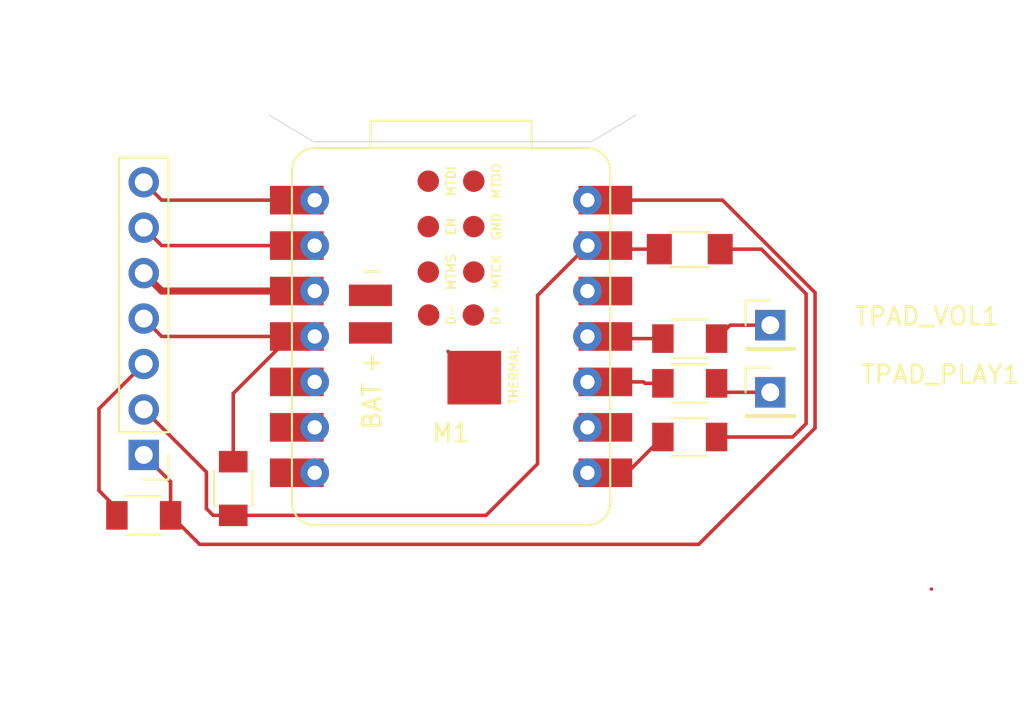
<source format=kicad_pcb>
(kicad_pcb (version 20241229) (generator "pcbnew") (generator_version "9.0")
  (layers (0 "F.Cu" signal) (2 "B.Cu" signal) (13 "F.Paste" user) (15 "B.Paste" user) (5 "F.SilkS" user "F.Silkscreen") (7 "B.SilkS" user "B.Silkscreen") (1 "F.Mask" user) (3 "B.Mask" user) (25 "Edge.Cuts" user))
  (net 0 "")
  (net 1 "GND")
  (net 2 "Net-(D1-A)")
  (net 3 "/DIN")
  (net 4 "/BCLK")
  (net 5 "/LRC")
  (net 6 "/SD")
  (net 7 "/VIN")
  (net 8 "/GAIN")
  (net 11 "Net-(M1-D9)")
  (net 17 "Net-(M1-D10)")
  (net 18 "Net-(M1-D7)")
  (net 30 "/TOUCH_PLAY")
  (net 31 "/TOUCH_VOL")
  (net 32 "unconnected-(M1-THERMAL-Pad25)")
  (footprint "Connector_PinHeader_2.54mm:PinHeader_1x01_P2.54mm_Vertical" (layer "F.Cu") (at 165 96.25)
    (property "Reference" "TPAD_VOL1" (at 8.75 -0.5 0) (layer "F.SilkS"))
    (property "Value" "Conn_01x01")
    (fp_line (start -1.38 -1.38) (end 0 -1.38) (stroke (width 0.12)) (layer "F.SilkS"))
    (fp_line (start -1.38 0) (end -1.38 -1.38) (stroke (width 0.12)) (layer "F.SilkS"))
    (fp_line (start -1.38 1.27) (end -1.38 1.38) (stroke (width 0.12)) (layer "F.SilkS"))
    (fp_line (start -1.38 1.27) (end 1.38 1.27) (stroke (width 0.12)) (layer "F.SilkS"))
    (fp_line (start -1.38 1.38) (end 1.38 1.38) (stroke (width 0.12)) (layer "F.SilkS"))
    (fp_line (start 1.38 1.27) (end 1.38 1.38) (stroke (width 0.12)) (layer "F.SilkS"))
    (pad "1" thru_hole rect (at 0 0) (size 1.7 1.7) (drill 1) (layers "*.Cu" "*.Mask") (net 31 "/TOUCH_VOL"))
  )
  (footprint "fab:R_1206" (layer "F.Cu") (at 160.5 97 180)
    (property "Reference" "R5" (hide yes))
    (property "Value" "R")
    (fp_line (start 1 1.07) (end -1 1.07) (stroke (width 0.12)) (layer "F.SilkS"))
    (fp_line (start -1 -1.07) (end 1 -1.07) (stroke (width 0.12)) (layer "F.SilkS"))
    (pad "1" smd rect (at -1.5 0 180) (size 1.2 1.6) (layers "F.Cu" "F.Mask" "F.Paste") (net 31 "/TOUCH_VOL"))
    (pad "2" smd rect (at 1.5 0 180) (size 1.2 1.6) (layers "F.Cu" "F.Mask" "F.Paste") (net 17 "Net-(M1-D10)"))
  )
  (footprint "fab:R_1206" (layer "F.Cu") (at 135 105.38 90)
    (property "Reference" "R3" (hide yes))
    (property "Value" "R" (hide yes))
    (fp_line (start -1 -1.07) (end 1 -1.07) (stroke (width 0.12)) (layer "F.SilkS"))
    (fp_line (start 1 1.07) (end -1 1.07) (stroke (width 0.12)) (layer "F.SilkS"))
    (pad "1" smd rect (at -1.5 0 90) (size 1.2 1.6) (layers "F.Cu" "F.Mask" "F.Paste") (net 1 "GND"))
    (pad "2" smd rect (at 1.5 0 90) (size 1.2 1.6) (layers "F.Cu" "F.Mask" "F.Paste") (net 8 "/GAIN"))
  )
  (footprint "fab:R_1206" (layer "F.Cu") (at 160.5 99.5 180)
    (property "Reference" "R4" (hide yes))
    (property "Value" "R")
    (fp_line (start 1 1.07) (end -1 1.07) (stroke (width 0.12)) (layer "F.SilkS"))
    (fp_line (start -1 -1.07) (end 1 -1.07) (stroke (width 0.12)) (layer "F.SilkS"))
    (pad "1" smd rect (at -1.5 0 180) (size 1.2 1.6) (layers "F.Cu" "F.Mask" "F.Paste") (net 30 "/TOUCH_PLAY"))
    (pad "2" smd rect (at 1.5 0 180) (size 1.2 1.6) (layers "F.Cu" "F.Mask" "F.Paste") (net 11 "Net-(M1-D9)"))
  )
  (footprint "fab:LED_1206" (layer "F.Cu") (at 160.5 92)
    (property "Reference" "D1" (hide yes))
    (property "Value" "LED")
    (fp_line (start -1.1 -0.95) (end 1.1 -0.95) (stroke (width 0.12)) (layer "F.SilkS"))
    (fp_line (start -1.1 1) (end 1.1 1) (stroke (width 0.12)) (layer "F.SilkS"))
    (pad "1" smd rect (at -1.7 0) (size 1.4 1.7) (layers "F.Cu" "F.Mask" "F.Paste") (net 1 "GND"))
    (pad "2" smd rect (at 1.7 0) (size 1.4 1.7) (layers "F.Cu" "F.Mask" "F.Paste") (net 2 "Net-(D1-A)"))
  )
  (footprint "fab:R_1206" (layer "F.Cu") (at 130 106.88)
    (property "Reference" "R2" (hide yes))
    (property "Value" "R")
    (fp_line (start -1 -1.07) (end 1 -1.07) (stroke (width 0.12)) (layer "F.SilkS"))
    (fp_line (start 1 1.07) (end -1 1.07) (stroke (width 0.12)) (layer "F.SilkS"))
    (pad "1" smd rect (at -1.5 0) (size 1.2 1.6) (layers "F.Cu" "F.Mask" "F.Paste") (net 6 "/SD"))
    (pad "2" smd rect (at 1.5 0) (size 1.2 1.6) (layers "F.Cu" "F.Mask" "F.Paste") (net 7 "/VIN"))
  )
  (footprint "fab:R_1206" (layer "F.Cu") (at 160.5 102.5 180)
    (property "Reference" "R1" (hide yes))
    (property "Value" "R")
    (fp_line (start 1 1.07) (end -1 1.07) (stroke (width 0.12)) (layer "F.SilkS"))
    (fp_line (start -1 -1.07) (end 1 -1.07) (stroke (width 0.12)) (layer "F.SilkS"))
    (pad "1" smd rect (at -1.5 0 180) (size 1.2 1.6) (layers "F.Cu" "F.Mask" "F.Paste") (net 2 "Net-(D1-A)"))
    (pad "2" smd rect (at 1.5 0 180) (size 1.2 1.6) (layers "F.Cu" "F.Mask" "F.Paste") (net 18 "Net-(M1-D7)"))
  )
  (footprint "fab:SeeedStudio_XIAO_ESP32S3" (layer "F.Cu") (at 147.165 96.88)
    (property "Reference" "M1" (at 0 5.39 0) (layer "F.SilkS"))
    (property "Value" "Module_XIAO-ESP32S3")
    (fp_line (start -8.8875 9.281) (end -8.8875 -9.261) (stroke (width 0.12)) (layer "F.SilkS"))
    (fp_line (start -7.6175 -10.531) (end 7.6225 -10.531) (stroke (width 0.12)) (layer "F.SilkS"))
    (fp_line (start 7.6225 10.551) (end -7.6175 10.551) (stroke (width 0.12)) (layer "F.SilkS"))
    (fp_line (start 8.8925 -9.261) (end 8.8925 9.281) (stroke (width 0.12)) (layer "F.SilkS"))
    (fp_rect (start -4.4975 -10.531) (end 4.5025 -12.055) (stroke (width 0.12)) (fill no) (layer "F.SilkS"))
    (fp_arc (start -8.8875 -9.261) (mid -8.515526 -10.159026) (end -7.6175 -10.531) (stroke (width 0.12)) (layer "F.SilkS"))
    (fp_arc (start -7.6175 10.551) (mid -8.515526 10.179026) (end -8.8875 9.281) (stroke (width 0.12)) (layer "F.SilkS"))
    (fp_arc (start 7.6225 -10.531) (mid 8.520526 -10.159026) (end 8.8925 -9.261) (stroke (width 0.12)) (layer "F.SilkS"))
    (fp_arc (start 8.8925 9.281) (mid 8.520526 10.179026) (end 7.6225 10.551) (stroke (width 0.12)) (layer "F.SilkS"))
    (fp_text user "MTDI" (at 0 -8.68 90) (layer "F.SilkS") (effects (font (size 0.5 0.5) (thickness 0.1) (bold yes))))
    (fp_text user "THERMAL" (at 3.5 2.2 90) (layer "F.SilkS") (effects (font (size 0.5 0.5) (thickness 0.1) (bold yes))))
    (fp_text user "D-" (at 0 -1.2 90) (layer "F.SilkS") (effects (font (size 0.5 0.5) (thickness 0.1) (bold yes))))
    (fp_text user "BAT" (at -5 3.9 90) (layer "F.SilkS") (effects (justify top)))
    (fp_text user "GND" (at 2.54 -6.14 90) (layer "F.SilkS") (effects (font (size 0.5 0.5) (thickness 0.1) (bold yes))))
    (fp_text user "+" (at -4.4 1.4 0) (layer "F.SilkS"))
    (fp_text user "-" (at -4.4 -3.7 0) (layer "F.SilkS"))
    (fp_text user "EN" (at 0 -6.14 90) (layer "F.SilkS") (effects (font (size 0.5 0.5) (thickness 0.1) (bold yes))))
    (fp_text user "MTDO" (at 2.54 -8.68 90) (layer "F.SilkS") (effects (font (size 0.5 0.5) (thickness 0.1) (bold yes))))
    (fp_text user "D+" (at 2.5 -1.2 90) (layer "F.SilkS") (effects (font (size 0.5 0.5) (thickness 0.1) (bold yes))))
    (fp_text user "MTMS" (at 0 -3.6 90) (layer "F.SilkS") (effects (font (size 0.5 0.5) (thickness 0.1) (bold yes))))
    (fp_text user "MTCK" (at 2.54 -3.6 90) (layer "F.SilkS") (effects (font (size 0.5 0.5) (thickness 0.1) (bold yes))))
    (pad "1" thru_hole circle (at -7.615 -7.62) (size 1.6 1.6) (drill 0.8) (layers "*.Cu" "*.Mask") (net 5 "/LRC"))
    (pad "1" smd rect (at -7.615 -7.62) (size 3 1.6) (drill (offset -1 0)) (layers "F.Cu" "F.Mask" "F.Paste") (net 5 "/LRC"))
    (pad "2" thru_hole circle (at -7.615 -5.08) (size 1.6 1.6) (drill 0.8) (layers "*.Cu" "*.Mask") (net 4 "/BCLK"))
    (pad "2" smd rect (at -7.615 -5.08) (size 3 1.6) (drill (offset -1 0)) (layers "F.Cu" "F.Mask" "F.Paste") (net 4 "/BCLK"))
    (pad "3" thru_hole circle (at -7.615 -2.54) (size 1.6 1.6) (drill 0.8) (layers "*.Cu" "*.Mask") (net 3 "/DIN"))
    (pad "3" smd rect (at -7.615 -2.54) (size 3 1.6) (drill (offset -1 0)) (layers "F.Cu" "F.Mask" "F.Paste") (net 3 "/DIN"))
    (pad "4" thru_hole circle (at -7.615 0) (size 1.6 1.6) (drill 0.8) (layers "*.Cu" "*.Mask") (net 8 "/GAIN"))
    (pad "4" smd rect (at -7.615 0) (size 3 1.6) (drill (offset -1 0)) (layers "F.Cu" "F.Mask" "F.Paste") (net 8 "/GAIN"))
    (pad "5" thru_hole circle (at -7.615 2.54) (size 1.6 1.6) (drill 0.8) (layers "*.Cu" "*.Mask"))
    (pad "5" smd rect (at -7.615 2.54) (size 3 1.6) (drill (offset -1 0)) (layers "F.Cu" "F.Mask" "F.Paste"))
    (pad "6" thru_hole circle (at -7.615 5.08) (size 1.6 1.6) (drill 0.8) (layers "*.Cu" "*.Mask"))
    (pad "6" smd rect (at -7.615 5.08) (size 3 1.6) (drill (offset -1 0)) (layers "F.Cu" "F.Mask" "F.Paste"))
    (pad "7" thru_hole circle (at -7.615 7.62) (size 1.6 1.6) (drill 0.8) (layers "*.Cu" "*.Mask"))
    (pad "7" smd rect (at -7.615 7.62) (size 3 1.6) (drill (offset -1 0)) (layers "F.Cu" "F.Mask" "F.Paste"))
    (pad "8" thru_hole circle (at 7.62 7.62) (size 1.6 1.6) (drill 0.8) (layers "*.Cu" "*.Mask") (net 18 "Net-(M1-D7)"))
    (pad "8" smd rect (at 7.62 7.62) (size 3 1.6) (drill (offset 1 0)) (layers "F.Cu" "F.Mask" "F.Paste") (net 18 "Net-(M1-D7)"))
    (pad "9" thru_hole circle (at 7.62 5.08) (size 1.6 1.6) (drill 0.8) (layers "*.Cu" "*.Mask"))
    (pad "9" smd rect (at 7.62 5.08) (size 3 1.6) (drill (offset 1 0)) (layers "F.Cu" "F.Mask" "F.Paste"))
    (pad "10" thru_hole circle (at 7.62 2.54) (size 1.6 1.6) (drill 0.8) (layers "*.Cu" "*.Mask") (net 11 "Net-(M1-D9)"))
    (pad "10" smd rect (at 7.62 2.54) (size 3 1.6) (drill (offset 1 0)) (layers "F.Cu" "F.Mask" "F.Paste") (net 11 "Net-(M1-D9)"))
    (pad "11" thru_hole circle (at 7.62 0) (size 1.6 1.6) (drill 0.8) (layers "*.Cu" "*.Mask") (net 17 "Net-(M1-D10)"))
    (pad "11" smd rect (at 7.62 0) (size 3 1.6) (drill (offset 1 0)) (layers "F.Cu" "F.Mask" "F.Paste") (net 17 "Net-(M1-D10)"))
    (pad "12" thru_hole circle (at 7.62 -2.54) (size 1.6 1.6) (drill 0.8) (layers "*.Cu" "*.Mask"))
    (pad "12" smd rect (at 7.62 -2.54) (size 3 1.6) (drill (offset 1 0)) (layers "F.Cu" "F.Mask" "F.Paste"))
    (pad "13" thru_hole circle (at 7.62 -5.08) (size 1.6 1.6) (drill 0.8) (layers "*.Cu" "*.Mask") (net 1 "GND"))
    (pad "13" smd rect (at 7.62 -5.08) (size 3 1.6) (drill (offset 1 0)) (layers "F.Cu" "F.Mask" "F.Paste") (net 1 "GND"))
    (pad "14" thru_hole circle (at 7.62 -7.62) (size 1.6 1.6) (drill 0.8) (layers "*.Cu" "*.Mask") (net 7 "/VIN"))
    (pad "14" smd rect (at 7.62 -7.62) (size 3 1.6) (drill (offset 1 0)) (layers "F.Cu" "F.Mask" "F.Paste") (net 7 "/VIN"))
    (pad "15" smd rect (at -4.5 -2.3) (size 2.4 1.2) (layers "F.Cu" "F.Mask" "F.Paste"))
    (pad "16" smd rect (at -4.5 -0.2) (size 2.4 1.2) (layers "F.Cu" "F.Mask" "F.Paste"))
    (pad "17" smd circle (at -1.27 -8.68) (size 1.2 1.2) (layers "F.Cu" "F.Mask" "F.Paste"))
    (pad "18" smd circle (at -1.27 -6.14) (size 1.2 1.2) (layers "F.Cu" "F.Mask" "F.Paste"))
    (pad "19" smd circle (at -1.27 -3.6) (size 1.2 1.2) (layers "F.Cu" "F.Mask" "F.Paste"))
    (pad "20" smd circle (at 1.27 -3.6) (size 1.2 1.2) (layers "F.Cu" "F.Mask" "F.Paste"))
    (pad "21" smd circle (at 1.27 -6.14) (size 1.2 1.2) (layers "F.Cu" "F.Mask" "F.Paste"))
    (pad "22" smd circle (at 1.27 -8.68) (size 1.2 1.2) (layers "F.Cu" "F.Mask" "F.Paste"))
    (pad "23" smd circle (at -1.25 -1.2) (size 1.2 1.2) (layers "F.Cu" "F.Mask" "F.Paste"))
    (pad "24" smd circle (at 1.25 -1.2) (size 1.2 1.2) (layers "F.Cu" "F.Mask" "F.Paste"))
    (pad "25" smd rect (at 1.3 2.3) (size 3 3) (layers "F.Cu" "F.Mask" "F.Paste") (net 32 "unconnected-(M1-THERMAL-Pad25)"))
  )
  (footprint "Connector_PinHeader_2.54mm:PinHeader_1x07_P2.54mm_Vertical" (layer "F.Cu") (at 130 103.5 180)
    (property "Reference" "J1" (hide yes))
    (property "Value" "Conn_01x07_Socket")
    (fp_line (start 1.38 1.27) (end 1.38 16.62) (stroke (width 0.12)) (layer "F.SilkS"))
    (fp_line (start -1.38 16.62) (end 1.38 16.62) (stroke (width 0.12)) (layer "F.SilkS"))
    (fp_line (start -1.38 1.27) (end 1.38 1.27) (stroke (width 0.12)) (layer "F.SilkS"))
    (fp_line (start -1.38 1.27) (end -1.38 16.62) (stroke (width 0.12)) (layer "F.SilkS"))
    (fp_line (start -1.38 0) (end -1.38 -1.38) (stroke (width 0.12)) (layer "F.SilkS"))
    (fp_line (start -1.38 -1.38) (end 0 -1.38) (stroke (width 0.12)) (layer "F.SilkS"))
    (pad "1" thru_hole rect (at 0 0 180) (size 1.7 1.7) (drill 1) (layers "*.Cu" "*.Mask") (net 7 "/VIN"))
    (pad "2" thru_hole circle (at 0 2.54 180) (size 1.7 1.7) (drill 1) (layers "*.Cu" "*.Mask") (net 1 "GND"))
    (pad "3" thru_hole circle (at 0 5.08 180) (size 1.7 1.7) (drill 1) (layers "*.Cu" "*.Mask") (net 6 "/SD"))
    (pad "4" thru_hole circle (at 0 7.62 180) (size 1.7 1.7) (drill 1) (layers "*.Cu" "*.Mask") (net 8 "/GAIN"))
    (pad "5" thru_hole circle (at 0 10.16 180) (size 1.7 1.7) (drill 1) (layers "*.Cu" "*.Mask") (net 3 "/DIN"))
    (pad "6" thru_hole circle (at 0 12.7 180) (size 1.7 1.7) (drill 1) (layers "*.Cu" "*.Mask") (net 4 "/BCLK"))
    (pad "7" thru_hole circle (at 0 15.24 180) (size 1.7 1.7) (drill 1) (layers "*.Cu" "*.Mask") (net 5 "/LRC"))
  )
  (footprint "Connector_PinHeader_2.54mm:PinHeader_1x01_P2.54mm_Vertical" (layer "F.Cu") (at 165 100)
    (property "Reference" "TPAD_PLAY1" (at 9.5 -1 0) (layer "F.SilkS"))
    (property "Value" "Conn_01x01")
    (fp_line (start -1.38 -1.38) (end 0 -1.38) (stroke (width 0.12)) (layer "F.SilkS"))
    (fp_line (start -1.38 0) (end -1.38 -1.38) (stroke (width 0.12)) (layer "F.SilkS"))
    (fp_line (start -1.38 1.27) (end -1.38 1.38) (stroke (width 0.12)) (layer "F.SilkS"))
    (fp_line (start -1.38 1.27) (end 1.38 1.27) (stroke (width 0.12)) (layer "F.SilkS"))
    (fp_line (start -1.38 1.38) (end 1.38 1.38) (stroke (width 0.12)) (layer "F.SilkS"))
    (fp_line (start 1.38 1.27) (end 1.38 1.38) (stroke (width 0.12)) (layer "F.SilkS"))
    (pad "1" thru_hole rect (at 0 0) (size 1.7 1.7) (drill 1) (layers "*.Cu" "*.Mask") (net 30 "/TOUCH_PLAY"))
  )
  (gr_curve (pts (xy 174 111) (xy 174 111) (xy 174 111) (xy 174 111)) (stroke (width 0.2)) (layer "F.Cu"))
  (gr_line (start 155 86) (end 139.5 86) (stroke (width 0.05)) (layer "Edge.Cuts"))
  (gr_line (start 157.5 84.5) (end 155 86) (stroke (width 0.05)) (layer "Edge.Cuts"))
  (gr_line (start 139.5 86) (end 137 84.5) (stroke (width 0.05)) (layer "Edge.Cuts"))
  (segment (start 133.5 104.46) (end 130 100.96) (width 0.2) (layer "F.Cu") (net 1))
  (segment (start 135 106.88) (end 149.12 106.88) (width 0.2) (layer "F.Cu") (net 1))
  (segment (start 154.985 92) (end 154.785 91.8) (width 0.2) (layer "F.Cu") (net 1))
  (segment (start 149.12 106.88) (end 152 104) (width 0.2) (layer "F.Cu") (net 1))
  (segment (start 152 104) (end 152 94.585) (width 0.2) (layer "F.Cu") (net 1))
  (segment (start 158.8 92) (end 154.985 92) (width 0.2) (layer "F.Cu") (net 1))
  (segment (start 133.88 106.88) (end 133.5 106.5) (width 0.2) (layer "F.Cu") (net 1))
  (segment (start 133.5 106.5) (end 133.5 104.46) (width 0.2) (layer "F.Cu") (net 1))
  (segment (start 135 106.88) (end 133.88 106.88) (width 0.2) (layer "F.Cu") (net 1))
  (segment (start 152 94.585) (end 154.785 91.8) (width 0.2) (layer "F.Cu") (net 1))
  (segment (start 164.5 92) (end 162.2 92) (width 0.2) (layer "F.Cu") (net 2))
  (segment (start 167 101.75) (end 167 94.5) (width 0.2) (layer "F.Cu") (net 2))
  (segment (start 167 94.5) (end 164.5 92) (width 0.2) (layer "F.Cu") (net 2))
  (segment (start 166.25 102.5) (end 167 101.75) (width 0.2) (layer "F.Cu") (net 2))
  (segment (start 162 102.5) (end 166.25 102.5) (width 0.2) (layer "F.Cu") (net 2))
  (segment (start 139.55 94.34) (end 131 94.34) (width 0.4) (layer "F.Cu") (net 3))
  (segment (start 131 94.34) (end 130 93.34) (width 0.4) (layer "F.Cu") (net 3))
  (segment (start 139.55 94.34) (end 139.55 93.902) (width 0.4) (layer "F.Cu") (net 3))
  (segment (start 139.55 91.8) (end 138.3 91.8) (width 0.2) (layer "F.Cu") (net 4))
  (segment (start 138.3 91.8) (end 138.26 91.84) (width 0.2) (layer "F.Cu") (net 4))
  (segment (start 139.55 91.8) (end 131 91.8) (width 0.2) (layer "F.Cu") (net 4))
  (segment (start 131 91.8) (end 130 90.8) (width 0.2) (layer "F.Cu") (net 4))
  (segment (start 139.55 89.26) (end 131 89.26) (width 0.2) (layer "F.Cu") (net 5))
  (segment (start 131 89.26) (end 130 88.26) (width 0.2) (layer "F.Cu") (net 5))
  (segment (start 128.5 106.88) (end 128.5 106.5) (width 0.2) (layer "F.Cu") (net 6))
  (segment (start 127.5 105.5) (end 127.5 100.92) (width 0.2) (layer "F.Cu") (net 6))
  (segment (start 128.5 106.5) (end 127.5 105.5) (width 0.2) (layer "F.Cu") (net 6))
  (segment (start 127.5 100.92) (end 130 98.42) (width 0.2) (layer "F.Cu") (net 6))
  (segment (start 131.5 106.88) (end 133.12 108.5) (width 0.2) (layer "F.Cu") (net 7))
  (segment (start 167.5 94.4329) (end 162.3271 89.26) (width 0.2) (layer "F.Cu") (net 7))
  (segment (start 133.12 108.5) (end 161 108.5) (width 0.2) (layer "F.Cu") (net 7))
  (segment (start 162.3271 89.26) (end 154.785 89.26) (width 0.2) (layer "F.Cu") (net 7))
  (segment (start 131.5 106.88) (end 131.5 105) (width 0.2) (layer "F.Cu") (net 7))
  (segment (start 167.5 102) (end 167.5 94.4329) (width 0.2) (layer "F.Cu") (net 7))
  (segment (start 131.5 105) (end 130 103.5) (width 0.2) (layer "F.Cu") (net 7))
  (segment (start 161 108.5) (end 167.5 102) (width 0.2) (layer "F.Cu") (net 7))
  (segment (start 130 95.88) (end 131 96.88) (width 0.2) (layer "F.Cu") (net 8))
  (segment (start 138.88 96.88) (end 138.84 96.92) (width 0.2) (layer "F.Cu") (net 8))
  (segment (start 138.188 96.88) (end 139.55 96.88) (width 0.2) (layer "F.Cu") (net 8))
  (segment (start 135 103.88) (end 135 100.068) (width 0.2) (layer "F.Cu") (net 8))
  (segment (start 131 96.88) (end 139.55 96.88) (width 0.2) (layer "F.Cu") (net 8))
  (segment (start 139.55 96.88) (end 138.88 96.88) (width 0.2) (layer "F.Cu") (net 8))
  (segment (start 135 100.068) (end 138.188 96.88) (width 0.2) (layer "F.Cu") (net 8))
  (segment (start 157.92 99.42) (end 154.785 99.42) (width 0.2) (layer "F.Cu") (net 11))
  (segment (start 159 99.5) (end 158 99.5) (width 0.2) (layer "F.Cu") (net 11))
  (segment (start 158 99.5) (end 157.92 99.42) (width 0.2) (layer "F.Cu") (net 11))
  (segment (start 154.865 99.5) (end 154.785 99.42) (width 0.2) (layer "F.Cu") (net 11))
  (segment (start 158.92 99.42) (end 159 99.5) (width 0.2) (layer "F.Cu") (net 11))
  (segment (start 159 97) (end 154.905 97) (width 0.2) (layer "F.Cu") (net 17))
  (segment (start 154.905 97) (end 154.785 96.88) (width 0.2) (layer "F.Cu") (net 17))
  (segment (start 159 102.5) (end 157 104.5) (width 0.2) (layer "F.Cu") (net 18))
  (segment (start 157 104.5) (end 154.785 104.5) (width 0.2) (layer "F.Cu") (net 18))
  (segment (start 162.5 100) (end 162 99.5) (width 0.2) (layer "F.Cu") (net 30))
  (segment (start 165 100) (end 162.5 100) (width 0.2) (layer "F.Cu") (net 30))
  (segment (start 165 96.25) (end 162.75 96.25) (width 0.2) (layer "F.Cu") (net 31))
  (segment (start 162.75 96.25) (end 162 97) (width 0.2) (layer "F.Cu") (net 31))
  (segment (start 148.465 99.18) (end 148.465 100.082) (width 0.2) (layer "F.Cu") (net 32))
  (segment (start 148.465 98.12) (end 148.465 99.18) (width 0.2) (layer "F.Cu") (net 32))
  (segment (start 148.465 99.18) (end 147 97.715) (width 0.2) (layer "F.Cu") (net 32))
)
</source>
